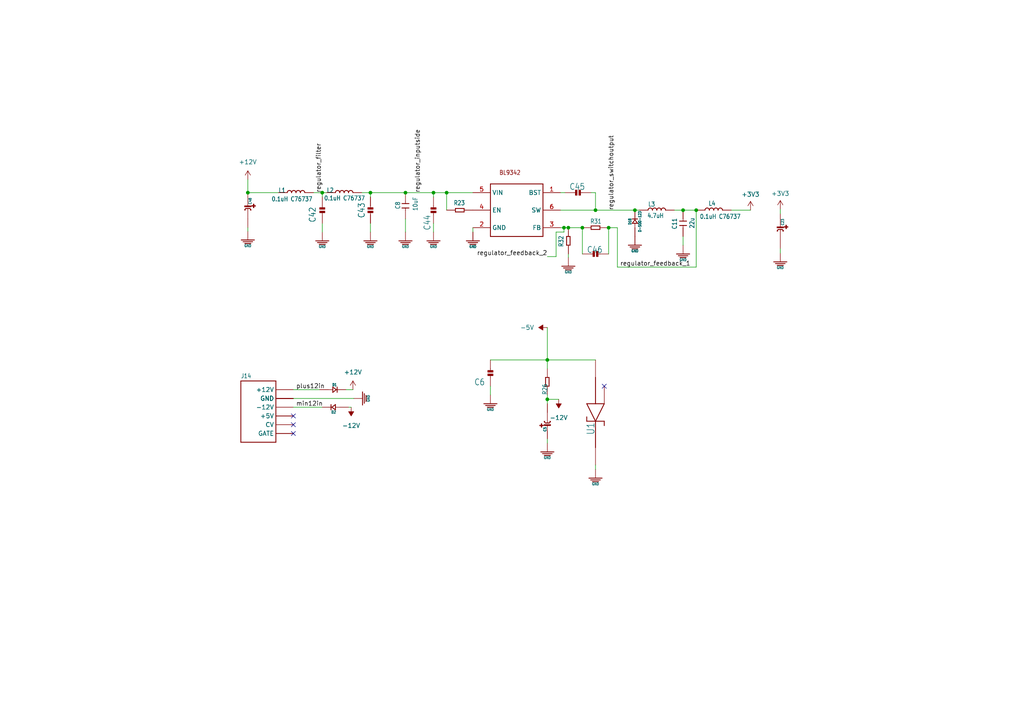
<source format=kicad_sch>
(kicad_sch (version 20211123) (generator eeschema)
  (paper "A4")
  (lib_symbols
    (symbol "TINRS - Wobbler (pico)sch-eagle-import:BL9342"
      (symbol "BL9342_1_0"
        (polyline (pts (xy -7.62 -7.62) (xy -7.62 7.62)) (stroke (width 0.254)))
        (polyline (pts (xy -7.62 7.62) (xy 7.62 7.62)) (stroke (width 0.254)))
        (polyline (pts (xy 7.62 -7.62) (xy -7.62 -7.62)) (stroke (width 0.254)))
        (polyline (pts (xy 7.62 7.62) (xy 7.62 -7.62)) (stroke (width 0.254)))
        (text "BL9342" (at -5.08 10.16 0) (effects (font (size 1.27 1.0795)) (justify left bottom)))
        (pin bidirectional line (at 12.7 5.08 180) (length 5.08) (name "BST") (number "1"))
        (pin bidirectional line (at -12.7 -5.08 0) (length 5.08) (name "GND") (number "2"))
        (pin bidirectional line (at 12.7 -5.08 180) (length 5.08) (name "FB") (number "3"))
        (pin bidirectional line (at -12.7 0 0) (length 5.08) (name "EN") (number "4"))
        (pin bidirectional line (at -12.7 5.08 0) (length 5.08) (name "VIN") (number "5"))
        (pin bidirectional line (at 12.7 0 180) (length 5.08) (name "SW") (number "6"))
      )
    )
    (symbol "TINRS - Wobbler (pico)sch-eagle-import:C-0805"
      (property "Reference" "C" (at -3.81 0 0))
      (property "Value" "C-0805" (at 0 0 0))
      (symbol "C-0805_1_0"
        (polyline (pts (xy -1.27 0) (xy -0.635 0)) (stroke (width 0.1524)))
        (polyline (pts (xy -0.635 -1.016) (xy -0.635 0)) (stroke (width 0.254)))
        (polyline (pts (xy -0.635 0) (xy -0.635 1.016)) (stroke (width 0.254)))
        (polyline (pts (xy 0.635 0) (xy 0.635 -1.016)) (stroke (width 0.254)))
        (polyline (pts (xy 0.635 0) (xy 1.27 0)) (stroke (width 0.1524)))
        (polyline (pts (xy 0.635 1.016) (xy 0.635 0)) (stroke (width 0.254)))
        (pin passive line (at -3.81 0 0) (length 2.54) (name "1") (number "1"))
        (pin passive line (at 3.81 0 180) (length 2.54) (name "2") (number "2"))
      )
    )
    (symbol "TINRS - Wobbler (pico)sch-eagle-import:C-EUC0402"
      (property "Reference" "C" (at 1.524 0.381 0))
      (property "Value" "C-EUC0402" (at 1.524 -4.699 0))
      (symbol "C-EUC0402_1_0"
        (rectangle (start -0.762 -2.032) (end 0.762 -1.524) (fill (type outline)))
        (rectangle (start -0.762 -1.016) (end 0.762 -0.508) (fill (type outline)))
        (polyline (pts (xy 0 -2.54) (xy 0 -2.032)) (stroke (width 0.1524)))
        (polyline (pts (xy 0 0) (xy 0 -0.508)) (stroke (width 0.1524)))
        (pin passive line (at 0 2.54 270) (length 2.54) (name "1") (number "1"))
        (pin passive line (at 0 -5.08 90) (length 2.54) (name "2") (number "2"))
      )
    )
    (symbol "TINRS - Wobbler (pico)sch-eagle-import:C-POLAR-A"
      (property "Reference" "C" (at -1.651 0.254 0))
      (property "Value" "C-POLAR-A" (at 0.762 0.254 0))
      (symbol "C-POLAR-A_1_0"
        (rectangle (start -1.778 1.5875) (end -0.6985 1.778) (fill (type outline)))
        (rectangle (start -1.7145 1.651) (end -0.762 1.778) (fill (type outline)))
        (rectangle (start -1.3335 1.143) (end -1.143 1.2065) (fill (type outline)))
        (rectangle (start -1.3335 1.2065) (end -1.2065 2.2225) (fill (type outline)))
        (rectangle (start -1.27 -0.9525) (end -0.9525 0.9525) (fill (type outline)))
        (rectangle (start -1.2065 1.2065) (end -1.143 2.2225) (fill (type outline)))
        (arc (start -0.508 -0.4445) (mid -0.3964 -0.7139) (end -0.127 -0.8255) (stroke (width 0.254)))
        (rectangle (start -0.127 -0.9525) (end 0 -0.6985) (fill (type outline)))
        (rectangle (start -0.127 0.6985) (end 0 0.889) (fill (type outline)))
        (arc (start -0.127 0.8255) (mid -0.3963 0.7138) (end -0.508 0.4445) (stroke (width 0.254)))
        (rectangle (start -0.127 0.889) (end 0 0.9525) (fill (type outline)))
        (polyline (pts (xy -1.27 0) (xy -2.54 0)) (stroke (width 0.1524)))
        (polyline (pts (xy -0.508 0) (xy 2.54 0)) (stroke (width 0.1524)))
        (polyline (pts (xy -0.508 0.4445) (xy -0.508 -0.4445)) (stroke (width 0.254)))
        (pin bidirectional line (at -5.08 0 0) (length 2.54) (name "1") (number "+"))
        (pin bidirectional line (at 5.08 0 180) (length 2.54) (name "2") (number "-"))
      )
    )
    (symbol "TINRS - Wobbler (pico)sch-eagle-import:D-SMA"
      (property "Reference" "D" (at 0.508 1.016 0))
      (property "Value" "D-SMA" (at 0.508 -1.016 0))
      (symbol "D-SMA_1_0"
        (polyline (pts (xy -1.27 0) (xy 0 0)) (stroke (width 0.1524)))
        (polyline (pts (xy 0 -0.762) (xy 0 0)) (stroke (width 0.254)))
        (polyline (pts (xy 0 -0.762) (xy 1.016 0)) (stroke (width 0.254)))
        (polyline (pts (xy 0 0) (xy 0 0.762)) (stroke (width 0.254)))
        (polyline (pts (xy 0 0.762) (xy 1.016 0)) (stroke (width 0.254)))
        (polyline (pts (xy 1.27 0.762) (xy 1.27 -0.762)) (stroke (width 0.254)))
        (pin passive line (at -3.81 0 0) (length 2.54) (name "+") (number "1"))
        (pin passive line (at 3.81 0 180) (length 2.54) (name "-") (number "2"))
      )
    )
    (symbol "TINRS - Wobbler (pico)sch-eagle-import:D-SOD-123"
      (property "Reference" "D" (at 0.508 1.016 0))
      (property "Value" "D-SOD-123" (at 0.508 -1.016 0))
      (symbol "D-SOD-123_1_0"
        (polyline (pts (xy -1.27 0) (xy 0 0)) (stroke (width 0.1524)))
        (polyline (pts (xy 0 -0.762) (xy 0 0)) (stroke (width 0.254)))
        (polyline (pts (xy 0 -0.762) (xy 1.016 0)) (stroke (width 0.254)))
        (polyline (pts (xy 0 0) (xy 0 0.762)) (stroke (width 0.254)))
        (polyline (pts (xy 0 0.762) (xy 1.016 0)) (stroke (width 0.254)))
        (polyline (pts (xy 1.27 0.762) (xy 1.27 -0.762)) (stroke (width 0.254)))
        (pin passive line (at -3.81 0 0) (length 2.54) (name "+") (number "+"))
        (pin passive line (at 3.81 0 180) (length 2.54) (name "-") (number "-"))
      )
    )
    (symbol "TINRS - Wobbler (pico)sch-eagle-import:GND" (power)
      (property "Value" "GND" (at 0 -1.27 0))
      (symbol "GND_1_0"
        (polyline (pts (xy -1.905 0) (xy 1.905 0)) (stroke (width 0.254)))
        (polyline (pts (xy -1.397 -0.508) (xy 1.397 -0.508)) (stroke (width 0.254)))
        (polyline (pts (xy -0.889 -1.016) (xy 0.889 -1.016)) (stroke (width 0.254)))
        (pin power_in line (at 0 2.54 270) (length 2.54) (name "GND") (number "1"))
      )
    )
    (symbol "TINRS - Wobbler (pico)sch-eagle-import:L-0805"
      (property "Reference" "L" (at -5.08 0 0))
      (property "Value" "L-0805" (at 2.54 0 0))
      (symbol "L-0805_1_0"
        (arc (start -1.27 0) (mid -1.905 0.635) (end -2.54 0) (stroke (width 0.254)))
        (arc (start 0 0) (mid -0.635 0.635) (end -1.27 0) (stroke (width 0.254)))
        (arc (start 1.27 0) (mid 0.635 0.635) (end 0 0) (stroke (width 0.254)))
        (arc (start 2.54 0) (mid 1.905 0.635) (end 1.27 0) (stroke (width 0.254)))
        (pin passive line (at -5.08 0 0) (length 2.54) (name "1") (number "1"))
        (pin passive line (at 5.08 0 180) (length 2.54) (name "2") (number "2"))
      )
    )
    (symbol "TINRS - Wobbler (pico)sch-eagle-import:L-SPD3D16-4R7M"
      (property "Reference" "L" (at -5.08 0 0))
      (property "Value" "L-SPD3D16-4R7M" (at 2.54 0 0))
      (symbol "L-SPD3D16-4R7M_1_0"
        (arc (start -1.27 0) (mid -1.905 0.635) (end -2.54 0) (stroke (width 0.254)))
        (arc (start 0 0) (mid -0.635 0.635) (end -1.27 0) (stroke (width 0.254)))
        (arc (start 1.27 0) (mid 0.635 0.635) (end 0 0) (stroke (width 0.254)))
        (arc (start 2.54 0) (mid 1.905 0.635) (end 1.27 0) (stroke (width 0.254)))
        (pin passive line (at -5.08 0 0) (length 2.54) (name "1") (number "1"))
        (pin passive line (at 5.08 0 180) (length 2.54) (name "2") (number "2"))
      )
    )
    (symbol "TINRS - Wobbler (pico)sch-eagle-import:LM4040DIM3-5.0"
      (property "Reference" "U" (at -4.826 2.7686 0))
      (property "Value" "LM4040DIM3-5.0" (at -5.5372 -8.3312 0))
      (symbol "LM4040DIM3-5.0_1_0"
        (polyline (pts (xy -2.54 -5.08) (xy -3.81 -5.08)) (stroke (width 0.254)))
        (polyline (pts (xy -2.54 -5.08) (xy -2.54 -2.54)) (stroke (width 0.254)))
        (polyline (pts (xy -2.54 -2.54) (xy -10.16 -2.54)) (stroke (width 0.254)))
        (polyline (pts (xy -2.54 -2.54) (xy -2.54 0)) (stroke (width 0.254)))
        (polyline (pts (xy -2.54 -2.54) (xy 2.54 -5.08)) (stroke (width 0.254)))
        (polyline (pts (xy -2.54 0) (xy -1.27 0)) (stroke (width 0.254)))
        (polyline (pts (xy 2.54 -5.08) (xy 2.54 -2.54)) (stroke (width 0.254)))
        (polyline (pts (xy 2.54 -2.54) (xy 2.54 0)) (stroke (width 0.254)))
        (polyline (pts (xy 2.54 0) (xy -2.54 -2.54)) (stroke (width 0.254)))
        (polyline (pts (xy 10.16 -2.54) (xy 2.54 -2.54)) (stroke (width 0.254)))
        (pin passive line (at -15.24 -2.54 0) (length 5.08) (name "CATHODE") (number "1"))
        (pin passive line (at 15.24 -2.54 180) (length 5.08) (name "ANODE") (number "2"))
        (pin passive line (at 7.62 -5.08 180) (length 5.08) (name "NC") (number "3"))
      )
    )
    (symbol "TINRS - Wobbler (pico)sch-eagle-import:POWERSHROUDED"
      (property "Reference" "J" (at -5.08 8.382 0))
      (symbol "POWERSHROUDED_1_0"
        (polyline (pts (xy -5.08 -10.16) (xy 5.08 -10.16)) (stroke (width 0.254)))
        (polyline (pts (xy -5.08 7.62) (xy -5.08 -10.16)) (stroke (width 0.254)))
        (polyline (pts (xy 5.08 -10.16) (xy 5.08 7.62)) (stroke (width 0.254)))
        (polyline (pts (xy 5.08 7.62) (xy -5.08 7.62)) (stroke (width 0.254)))
        (pin bidirectional line (at 10.16 0 180) (length 5.08) (name "-12V") (number "1"))
        (pin bidirectional line (at 10.16 5.08 180) (length 5.08) (name "+12V") (number "10"))
        (pin bidirectional line (at 10.16 -2.54 180) (length 5.08) (name "+5V") (number "11"))
        (pin bidirectional line (at 10.16 -2.54 180) (length 5.08) (name "+5V") (number "12"))
        (pin bidirectional line (at 10.16 -5.08 180) (length 5.08) (name "CV") (number "13"))
        (pin bidirectional line (at 10.16 -5.08 180) (length 5.08) (name "CV") (number "14"))
        (pin bidirectional line (at 10.16 -7.62 180) (length 5.08) (name "GATE") (number "15"))
        (pin bidirectional line (at 10.16 -7.62 180) (length 5.08) (name "GATE") (number "16"))
        (pin bidirectional line (at 10.16 0 180) (length 5.08) (name "-12V") (number "2"))
        (pin bidirectional line (at 10.16 2.54 180) (length 5.08) (name "GND") (number "3"))
        (pin bidirectional line (at 10.16 2.54 180) (length 5.08) (name "GND") (number "4"))
        (pin bidirectional line (at 10.16 2.54 180) (length 5.08) (name "GND") (number "5"))
        (pin bidirectional line (at 10.16 2.54 180) (length 5.08) (name "GND") (number "6"))
        (pin bidirectional line (at 10.16 2.54 180) (length 5.08) (name "GND") (number "7"))
        (pin bidirectional line (at 10.16 2.54 180) (length 5.08) (name "GND") (number "8"))
        (pin bidirectional line (at 10.16 5.08 180) (length 5.08) (name "+12V") (number "9"))
      )
    )
    (symbol "TINRS - Wobbler (pico)sch-eagle-import:R-0603"
      (property "Reference" "R" (at -3.81 0 0))
      (property "Value" "R-0603" (at 2.54 0 0))
      (symbol "R-0603_1_0"
        (polyline (pts (xy -1.27 -0.508) (xy -1.27 0.508)) (stroke (width 0.254)))
        (polyline (pts (xy -1.27 0.508) (xy 1.27 0.508)) (stroke (width 0.254)))
        (polyline (pts (xy 1.27 -0.508) (xy -1.27 -0.508)) (stroke (width 0.254)))
        (polyline (pts (xy 1.27 0.508) (xy 1.27 -0.508)) (stroke (width 0.254)))
        (pin passive line (at -3.81 0 0) (length 2.54) (name "1") (number "1"))
        (pin passive line (at 3.81 0 180) (length 2.54) (name "2") (number "2"))
      )
    )
    (symbol "power:+12V" (power) (pin_names (offset 0))
      (property "Value" "+12V" (at 0 3.556 0))
      (symbol "+12V_0_1"
        (polyline (pts (xy -0.762 1.27) (xy 0 2.54)))
        (polyline (pts (xy 0 0) (xy 0 2.54)))
        (polyline (pts (xy 0 2.54) (xy 0.762 1.27)))
      )
      (symbol "+12V_1_1"
        (pin power_in line (at 0 0 90) (length 0) hide (name "+12V") (number "1"))
      )
    )
    (symbol "power:+3.3V" (power) (pin_names (offset 0))
      (property "Value" "+3.3V" (at 0 3.556 0))
      (symbol "+3.3V_0_1"
        (polyline (pts (xy -0.762 1.27) (xy 0 2.54)))
        (polyline (pts (xy 0 0) (xy 0 2.54)))
        (polyline (pts (xy 0 2.54) (xy 0.762 1.27)))
      )
      (symbol "+3.3V_1_1"
        (pin power_in line (at 0 0 90) (length 0) hide (name "+3V3") (number "1"))
      )
    )
    (symbol "power:-12V" (power) (pin_names (offset 0))
      (property "Value" "-12V" (at 0 3.81 0))
      (symbol "-12V_0_0"
        (pin power_in line (at 0 0 90) (length 0) hide (name "-12V") (number "1"))
      )
      (symbol "-12V_0_1"
        (polyline (pts (xy 0 0) (xy 0 1.27) (xy 0.762 1.27) (xy 0 2.54) (xy -0.762 1.27) (xy 0 1.27)) (fill (type outline)))
      )
    )
    (symbol "power:-5V" (power) (pin_names (offset 0))
      (property "Value" "-5V" (at 0 3.81 0))
      (symbol "-5V_0_0"
        (pin power_in line (at 0 0 90) (length 0) hide (name "-5V") (number "1"))
      )
      (symbol "-5V_0_1"
        (polyline (pts (xy 0 0) (xy 0 1.27) (xy 0.762 1.27) (xy 0 2.54) (xy -0.762 1.27) (xy 0 1.27)) (fill (type outline)))
      )
    )
  )
  (junction (at 163.576 66.04))
  (junction (at 125.73 55.88))
  (junction (at 158.75 115.824))
  (junction (at 158.75 104.394))
  (junction (at 176.53 66.04))
  (junction (at 184.15 60.96))
  (junction (at 198.12 60.96))
  (junction (at 168.91 66.04))
  (junction (at 71.882 55.88))
  (junction (at 164.846 66.04))
  (junction (at 107.442 55.88))
  (junction (at 117.602 55.88))
  (junction (at 129.54 55.88))
  (junction (at 93.472 55.88))
  (junction (at 172.72 60.96))
  (junction (at 201.93 60.96))
  (no_connect (at 175.26 112.014))
  (no_connect (at 85.09 125.73))
  (no_connect (at 85.09 123.19))
  (no_connect (at 85.09 120.65))
  (wire (pts (xy 172.72 136.144) (xy 172.72 134.874)))
  (wire (pts (xy 172.72 55.88) (xy 172.72 60.96)))
  (wire (pts (xy 125.73 55.88) (xy 129.54 55.88)))
  (wire (pts (xy 158.75 106.934) (xy 158.75 104.394)))
  (wire (pts (xy 161.29 74.422) (xy 161.29 67.31)))
  (wire (pts (xy 117.602 67.31) (xy 117.602 63.5)))
  (wire (pts (xy 201.93 60.96) (xy 201.93 77.47)))
  (wire (pts (xy 104.902 55.88) (xy 107.442 55.88)))
  (wire (pts (xy 107.442 57.15) (xy 107.442 55.88)))
  (wire (pts (xy 158.75 94.996) (xy 158.75 104.394)))
  (wire (pts (xy 117.602 55.88) (xy 125.73 55.88)))
  (wire (pts (xy 226.314 73.406) (xy 226.314 72.136)))
  (wire (pts (xy 164.846 66.04) (xy 168.91 66.04)))
  (wire (pts (xy 212.09 60.96) (xy 217.678 60.96)))
  (wire (pts (xy 179.07 66.04) (xy 176.53 66.04)))
  (wire (pts (xy 179.07 77.47) (xy 179.07 66.04)))
  (wire (pts (xy 158.75 115.824) (xy 158.75 117.094)))
  (wire (pts (xy 162.56 66.04) (xy 163.576 66.04)))
  (wire (pts (xy 85.09 115.57) (xy 102.616 115.57)))
  (wire (pts (xy 162.56 60.96) (xy 172.72 60.96)))
  (wire (pts (xy 163.576 66.04) (xy 164.846 66.04)))
  (wire (pts (xy 101.092 118.11) (xy 101.854 118.11)))
  (wire (pts (xy 93.472 118.11) (xy 85.09 118.11)))
  (wire (pts (xy 71.882 52.07) (xy 71.882 55.88)))
  (wire (pts (xy 158.75 127.254) (xy 158.75 128.524)))
  (wire (pts (xy 198.12 71.12) (xy 198.12 68.58)))
  (wire (pts (xy 90.932 55.88) (xy 93.472 55.88)))
  (wire (pts (xy 158.75 115.824) (xy 158.75 114.554)))
  (wire (pts (xy 163.576 67.31) (xy 163.576 66.04)))
  (wire (pts (xy 161.29 67.31) (xy 163.576 67.31)))
  (wire (pts (xy 184.15 60.96) (xy 185.42 60.96)))
  (wire (pts (xy 125.73 57.15) (xy 125.73 55.88)))
  (wire (pts (xy 129.54 55.88) (xy 129.54 60.96)))
  (wire (pts (xy 71.882 67.056) (xy 71.882 66.04)))
  (wire (pts (xy 172.72 60.96) (xy 184.15 60.96)))
  (wire (pts (xy 158.75 74.422) (xy 161.29 74.422)))
  (wire (pts (xy 162.56 55.88) (xy 163.83 55.88)))
  (wire (pts (xy 71.882 55.88) (xy 80.772 55.88)))
  (wire (pts (xy 93.472 67.31) (xy 93.472 64.77)))
  (wire (pts (xy 93.472 57.15) (xy 93.472 55.88)))
  (wire (pts (xy 168.91 66.04) (xy 168.91 73.66)))
  (wire (pts (xy 198.12 60.96) (xy 201.93 60.96)))
  (wire (pts (xy 107.442 55.88) (xy 117.602 55.88)))
  (wire (pts (xy 158.75 104.394) (xy 172.72 104.394)))
  (wire (pts (xy 226.314 60.706) (xy 226.314 61.976)))
  (wire (pts (xy 201.93 77.47) (xy 179.07 77.47)))
  (wire (pts (xy 195.58 60.96) (xy 198.12 60.96)))
  (wire (pts (xy 158.75 115.824) (xy 162.052 115.824)))
  (wire (pts (xy 158.75 104.394) (xy 142.24 104.394)))
  (wire (pts (xy 137.16 66.04) (xy 137.16 67.31)))
  (wire (pts (xy 100.33 113.03) (xy 102.362 113.03)))
  (wire (pts (xy 164.846 74.676) (xy 164.846 73.66)))
  (wire (pts (xy 142.24 114.554) (xy 142.24 112.014)))
  (wire (pts (xy 176.53 73.66) (xy 176.53 66.04)))
  (wire (pts (xy 171.45 55.88) (xy 172.72 55.88)))
  (wire (pts (xy 125.73 67.31) (xy 125.73 64.77)))
  (wire (pts (xy 93.472 55.88) (xy 94.742 55.88)))
  (wire (pts (xy 107.442 67.31) (xy 107.442 64.77)))
  (wire (pts (xy 129.54 55.88) (xy 137.16 55.88)))
  (wire (pts (xy 85.09 113.03) (xy 92.71 113.03)))
  (label "regulator_feedback_2" (at 158.75 74.422 180))
  (label "plus12in" (at 85.852 113.03 0))
  (label "regulator_switchoutput" (at 178.308 60.96 90))
  (label "min12in" (at 85.852 118.11 0))
  (label "regulator_inputside" (at 122.174 55.88 90))
  (label "regulator_feedback_1" (at 179.832 77.47 0))
  (label "regulator_filter" (at 93.472 55.88 90))
  (symbol (lib_id "TINRS - Wobbler (pico)sch-eagle-import:GND") (at 71.882 69.596 0) (unit 1)
    (property "Reference" "#GND036" (effects hide))
    (property "Value" "GND" (at 71.882 70.866 0) (effects (font (size 0.762 0.6477)) (justify top)))
  )
  (symbol (lib_id "power:+3.3V") (at 217.678 60.96 0) (unit 1)
    (property "Reference" "#PWR0148" (effects hide))
    (property "Value" "+3.3V" (at 217.678 56.388 0))
  )
  (symbol (lib_id "TINRS - Wobbler (pico)sch-eagle-import:C-POLAR-A") (at 158.75 122.174 90) (unit 1)
    (property "Reference" "C5" (at 158.496 123.825 0) (effects (font (size 0.762 0.6477)) (justify right bottom)))
    (property "Value" "10uF" (at 158.496 121.412 0) (effects (font (size 0.762 0.6477)) (justify left bottom)))
    (property "Footprint" "CASE-A_3216" (effects hide))
    (property "Value" "197427" (effects hide))
  )
  (symbol (lib_id "TINRS - Wobbler (pico)sch-eagle-import:D-SMA") (at 97.282 118.11 180) (unit 1)
    (property "Reference" "D2" (at 96.774 119.126 0) (effects (font (size 0.762 0.6477)) (justify bottom)))
    (property "Value" "C8678" (at 96.774 117.094 0) (effects (font (size 0.762 0.6477)) (justify top)))
    (property "Footprint" "DO-214AC" (effects hide))
    (property "Value" "D-SMA" (effects hide))
  )
  (symbol (lib_id "TINRS - Wobbler (pico)sch-eagle-import:D-SOD-123") (at 184.15 64.77 90) (unit 1)
    (property "Reference" "D18" (at 183.134 64.262 0) (effects (font (size 0.762 0.6477)) (justify bottom)))
    (property "Value" "D-SOD-123" (at 185.166 64.262 0) (effects (font (size 0.762 0.6477)) (justify top)))
    (property "Footprint" "TINRS - Wobbler (pico)sch:SOD123" (effects hide))
  )
  (symbol (lib_id "TINRS - Wobbler (pico)sch-eagle-import:GND") (at 137.16 69.85 0) (unit 1)
    (property "Reference" "#GND015" (effects hide))
    (property "Value" "GND" (at 137.16 71.12 0) (effects (font (size 0.762 0.6477)) (justify top)))
  )
  (symbol (lib_id "power:+12V") (at 102.362 113.03 0) (unit 1)
    (property "Reference" "#PWR0150" (effects hide))
    (property "Value" "+12V" (at 102.362 107.95 0))
  )
  (symbol (lib_id "TINRS - Wobbler (pico)sch-eagle-import:GND") (at 226.314 75.946 0) (unit 1)
    (property "Reference" "#GND016" (effects hide))
    (property "Value" "GND" (at 226.314 77.216 0) (effects (font (size 0.762 0.6477)) (justify top)))
  )
  (symbol (lib_id "TINRS - Wobbler (pico)sch-eagle-import:GND") (at 172.72 138.684 0) (unit 1)
    (property "Reference" "#GND024" (effects hide))
    (property "Value" "GND" (at 172.72 139.954 0) (effects (font (size 0.762 0.6477)) (justify top)))
  )
  (symbol (lib_id "TINRS - Wobbler (pico)sch-eagle-import:C-POLAR-A") (at 226.314 67.056 270) (unit 1)
    (property "Reference" "C23" (at 226.568 65.405 0) (effects (font (size 0.762 0.6477)) (justify right bottom)))
    (property "Value" "10uF" (at 226.568 67.818 0) (effects (font (size 0.762 0.6477)) (justify left bottom)))
    (property "Footprint" "CASE-A_3216" (effects hide))
    (property "Value" "197427" (effects hide))
  )
  (symbol (lib_id "TINRS - Wobbler (pico)sch-eagle-import:L-0805") (at 207.01 60.96 0) (unit 1)
    (property "Reference" "L4" (at 205.486 59.69 0) (effects (font (size 1.27 1.0795)) (justify left bottom)))
    (property "Value" "0.1uH C76737 " (at 202.946 63.5 0) (effects (font (size 1.27 1.0795)) (justify left bottom)))
    (property "Footprint" "L0805" (effects hide))
  )
  (symbol (lib_id "TINRS - Wobbler (pico)sch-eagle-import:GND") (at 142.24 117.094 0) (unit 1)
    (property "Reference" "#GND025" (effects hide))
    (property "Value" "GND" (at 142.24 118.364 0) (effects (font (size 0.762 0.6477)) (justify top)))
  )
  (symbol (lib_id "power:-5V") (at 158.75 94.996 90) (unit 1)
    (property "Reference" "#PWR0147" (effects hide))
    (property "Value" "-5V" (at 154.94 94.9959 90) (effects (justify left)))
  )
  (symbol (lib_id "TINRS - Wobbler (pico)sch-eagle-import:GND") (at 105.156 115.57 90) (unit 1)
    (property "Reference" "#GND01" (effects hide))
    (property "Value" "GND" (at 106.426 115.57 0) (effects (font (size 0.762 0.6477)) (justify top)))
  )
  (symbol (lib_id "TINRS - Wobbler (pico)sch-eagle-import:BL9342") (at 149.86 60.96 0) (unit 1)
    (property "Reference" "U$5" (effects hide))
    (property "Value" "BL9342" (effects hide))
    (property "Footprint" "SOT23-6" (effects hide))
  )
  (symbol (lib_id "TINRS - Wobbler (pico)sch-eagle-import:POWERSHROUDED") (at 74.93 118.11 0) (unit 1)
    (property "Reference" "J14" (at 69.85 109.728 0) (effects (font (size 1.27 1.0795)) (justify left bottom)))
    (property "Value" "POWERSHROUDED" (effects hide))
    (property "Footprint" "POWER_16_SHROUDED" (effects hide))
    (property "Value" "unknown" (effects hide))
  )
  (symbol (lib_id "TINRS - Wobbler (pico)sch-eagle-import:L-0805") (at 85.852 55.88 0) (unit 1)
    (property "Reference" "L1" (at 80.772 55.88 0) (effects (font (size 1.27 1.0795)) (justify left bottom)))
    (property "Value" "0.1uH C76737 " (at 78.74 58.42 0) (effects (font (size 1.27 1.0795)) (justify left bottom)))
    (property "Footprint" "L0805" (effects hide))
  )
  (symbol (lib_id "TINRS - Wobbler (pico)sch-eagle-import:L-0805") (at 99.822 55.88 0) (unit 1)
    (property "Reference" "L2" (at 94.742 55.88 0) (effects (font (size 1.27 1.0795)) (justify left bottom)))
    (property "Value" "0.1uH C76737 " (at 93.98 58.166 0) (effects (font (size 1.27 1.0795)) (justify left bottom)))
    (property "Footprint" "L0805" (effects hide))
  )
  (symbol (lib_id "power:-12V") (at 162.052 115.824 180) (unit 1)
    (property "Reference" "#PWR0146" (effects hide))
    (property "Value" "-12V" (at 162.052 121.158 0))
  )
  (symbol (lib_id "TINRS - Wobbler (pico)sch-eagle-import:C-EUC0402") (at 168.91 55.88 270) (unit 1)
    (property "Reference" "C45" (at 165.1 55.118 90) (effects (font (size 1.778 1.5113)) (justify left bottom)))
    (property "Value" "100nF" (at 164.592 59.69 90) (effects (font (size 1.778 1.5113)) (justify left bottom)))
    (property "Footprint" "C0402" (effects hide))
    (property "Value" "1759017" (effects hide))
  )
  (symbol (lib_id "TINRS - Wobbler (pico)sch-eagle-import:GND") (at 184.15 71.12 0) (unit 1)
    (property "Reference" "#GND018" (effects hide))
    (property "Value" "GND" (at 184.15 72.39 0) (effects (font (size 0.762 0.6477)) (justify top)))
  )
  (symbol (lib_id "TINRS - Wobbler (pico)sch-eagle-import:D-SMA") (at 96.52 113.03 0) (unit 1)
    (property "Reference" "D1" (at 97.028 112.014 0) (effects (font (size 0.762 0.6477)) (justify bottom)))
    (property "Value" "C8678" (at 97.028 114.046 0) (effects (font (size 0.762 0.6477)) (justify top)))
    (property "Footprint" "DO-214AC" (effects hide))
    (property "Value" "D-SMA" (effects hide))
  )
  (symbol (lib_id "TINRS - Wobbler (pico)sch-eagle-import:C-EUC0402") (at 107.442 62.23 180) (unit 1)
    (property "Reference" "C43" (at 103.886 58.674 90) (effects (font (size 1.778 1.5113)) (justify left bottom)))
    (property "Value" "100nF" (at 108.458 57.912 90) (effects (font (size 1.778 1.5113)) (justify left bottom)))
    (property "Footprint" "C0402" (effects hide))
    (property "Value" "1759017" (effects hide))
  )
  (symbol (lib_id "TINRS - Wobbler (pico)sch-eagle-import:GND") (at 198.12 73.66 0) (unit 1)
    (property "Reference" "#GND053" (effects hide))
    (property "Value" "GND" (at 198.12 74.93 0) (effects (font (size 0.762 0.6477)) (justify top)))
  )
  (symbol (lib_id "TINRS - Wobbler (pico)sch-eagle-import:C-POLAR-A") (at 71.882 60.96 270) (unit 1)
    (property "Reference" "C48" (at 72.136 59.309 0) (effects (font (size 0.762 0.6477)) (justify right bottom)))
    (property "Value" "10uF" (at 72.136 61.722 0) (effects (font (size 0.762 0.6477)) (justify left bottom)))
    (property "Footprint" "CASE-A_3216" (effects hide))
    (property "Value" "197427" (effects hide))
  )
  (symbol (lib_id "power:+12V") (at 71.882 52.07 0) (unit 1)
    (property "Reference" "#PWR0151" (effects hide))
    (property "Value" "+12V" (at 71.882 46.99 0))
  )
  (symbol (lib_id "TINRS - Wobbler (pico)sch-eagle-import:GND") (at 93.472 69.85 0) (unit 1)
    (property "Reference" "#GND035" (effects hide))
    (property "Value" "GND" (at 93.472 71.12 0) (effects (font (size 0.762 0.6477)) (justify top)))
  )
  (symbol (lib_id "power:+3.3V") (at 226.314 60.706 0) (unit 1)
    (property "Reference" "#PWR0149" (effects hide))
    (property "Value" "+3.3V" (at 226.314 56.134 0))
  )
  (symbol (lib_id "TINRS - Wobbler (pico)sch-eagle-import:C-0805") (at 117.602 59.69 90) (unit 1)
    (property "Reference" "C8" (at 116.078 60.706 0) (effects (font (size 1.27 1.0795)) (justify left bottom)))
    (property "Value" "10uF" (at 121.158 61.214 0) (effects (font (size 1.27 1.0795)) (justify left bottom)))
    (property "Footprint" "C0805" (effects hide))
  )
  (symbol (lib_id "TINRS - Wobbler (pico)sch-eagle-import:R-0603") (at 172.72 66.04 180) (unit 1)
    (property "Reference" "R31" (at 174.498 63.5 0) (effects (font (size 1.27 1.0795)) (justify left bottom)))
    (property "Value" "49.9k" (at 175.006 67.056 0) (effects (font (size 1.27 1.0795)) (justify left bottom)))
    (property "Footprint" "R0603" (effects hide))
    (property "Value" "unknown" (effects hide))
  )
  (symbol (lib_id "TINRS - Wobbler (pico)sch-eagle-import:C-EUC0402") (at 142.24 109.474 180) (unit 1)
    (property "Reference" "C6" (at 140.716 109.855 0) (effects (font (size 1.778 1.5113)) (justify left bottom)))
    (property "Value" "100nF" (at 140.716 104.775 0) (effects (font (size 1.778 1.5113)) (justify left bottom)))
    (property "Footprint" "C0402" (effects hide))
    (property "Value" "1301804" (effects hide))
  )
  (symbol (lib_id "TINRS - Wobbler (pico)sch-eagle-import:GND") (at 158.75 131.064 0) (unit 1)
    (property "Reference" "#GND023" (effects hide))
    (property "Value" "GND" (at 158.75 132.334 0) (effects (font (size 0.762 0.6477)) (justify top)))
  )
  (symbol (lib_id "TINRS - Wobbler (pico)sch-eagle-import:C-0805") (at 198.12 64.77 90) (unit 1)
    (property "Reference" "C11" (at 196.342 66.548 0) (effects (font (size 1.27 1.0795)) (justify left bottom)))
    (property "Value" "22u" (at 201.422 66.294 0) (effects (font (size 1.27 1.0795)) (justify left bottom)))
    (property "Footprint" "C0805" (effects hide))
  )
  (symbol (lib_id "TINRS - Wobbler (pico)sch-eagle-import:R-0603") (at 158.75 110.744 90) (unit 1)
    (property "Reference" "R26" (at 158.75 114.554 0) (effects (font (size 1.27 1.0795)) (justify left bottom)))
    (property "Value" "10k" (at 158.75 108.204 0) (effects (font (size 1.27 1.0795)) (justify left bottom)))
    (property "Footprint" "R0603" (effects hide))
    (property "Value" "unknown" (effects hide))
  )
  (symbol (lib_id "TINRS - Wobbler (pico)sch-eagle-import:L-SPD3D16-4R7M") (at 190.5 60.96 0) (unit 1)
    (property "Reference" "L3" (at 187.96 59.944 0) (effects (font (size 1.27 1.0795)) (justify left bottom)))
    (property "Value" "4.7uH" (at 187.706 63.246 0) (effects (font (size 1.27 1.0795)) (justify left bottom)))
    (property "Footprint" "TINRS - Wobbler (pico)sch:L0420" (effects hide))
  )
  (symbol (lib_id "power:-12V") (at 101.854 118.11 180) (unit 1)
    (property "Reference" "#PWR0152" (effects hide))
    (property "Value" "-12V" (at 101.854 123.444 0))
  )
  (symbol (lib_id "TINRS - Wobbler (pico)sch-eagle-import:GND") (at 117.602 69.85 0) (unit 1)
    (property "Reference" "#GND043" (effects hide))
    (property "Value" "GND" (at 117.602 71.12 0) (effects (font (size 0.762 0.6477)) (justify top)))
  )
  (symbol (lib_id "TINRS - Wobbler (pico)sch-eagle-import:LM4040DIM3-5.0") (at 170.18 119.634 90) (unit 1)
    (property "Reference" "U1" (at 172.466 126.238 0) (effects (font (size 2.0828 1.7703)) (justify left bottom)))
    (property "Value" "LM4040DIM3-5.0" (at 180.34 128.27 0) (effects (font (size 2.0828 1.7703)) (justify left bottom)))
    (property "Footprint" "TINRS - Wobbler (pico)sch:SOT95P237X112-3N" (effects hide))
    (property "Value" "9778330" (effects hide))
  )
  (symbol (lib_id "TINRS - Wobbler (pico)sch-eagle-import:GND") (at 125.73 69.85 0) (unit 1)
    (property "Reference" "#GND017" (effects hide))
    (property "Value" "GND" (at 125.73 71.12 0) (effects (font (size 0.762 0.6477)) (justify top)))
  )
  (symbol (lib_id "TINRS - Wobbler (pico)sch-eagle-import:R-0603") (at 133.35 60.96 180) (unit 1)
    (property "Reference" "R23" (at 134.874 58.166 0) (effects (font (size 1.27 1.0795)) (justify left bottom)))
    (property "Value" "100k" (at 135.128 61.976 0) (effects (font (size 1.27 1.0795)) (justify left bottom)))
    (property "Footprint" "R0603" (effects hide))
    (property "Value" "unknown" (effects hide))
  )
  (symbol (lib_id "TINRS - Wobbler (pico)sch-eagle-import:GND") (at 164.846 77.216 0) (unit 1)
    (property "Reference" "#GND039" (effects hide))
    (property "Value" "GND" (at 164.846 78.486 0) (effects (font (size 0.762 0.6477)) (justify top)))
  )
  (symbol (lib_id "TINRS - Wobbler (pico)sch-eagle-import:GND") (at 107.442 69.85 0) (unit 1)
    (property "Reference" "#GND030" (effects hide))
    (property "Value" "GND" (at 107.442 71.12 0) (effects (font (size 0.762 0.6477)) (justify top)))
  )
  (symbol (lib_id "TINRS - Wobbler (pico)sch-eagle-import:R-0603") (at 164.846 69.85 270) (unit 1)
    (property "Reference" "R32" (at 162.052 68.326 0) (effects (font (size 1.27 1.0795)) (justify left bottom)))
    (property "Value" "16.2k" (at 165.608 67.818 0) (effects (font (size 1.27 1.0795)) (justify left bottom)))
    (property "Footprint" "R0603" (effects hide))
    (property "Value" "unknown" (effects hide))
  )
  (symbol (lib_id "TINRS - Wobbler (pico)sch-eagle-import:C-EUC0402") (at 93.472 62.23 180) (unit 1)
    (property "Reference" "C42" (at 89.662 59.944 90) (effects (font (size 1.778 1.5113)) (justify left bottom)))
    (property "Value" "10n" (at 94.488 59.436 90) (effects (font (size 1.778 1.5113)) (justify left bottom)))
    (property "Footprint" "C0402" (effects hide))
    (property "Value" "1759017" (effects hide))
  )
  (symbol (lib_id "TINRS - Wobbler (pico)sch-eagle-import:C-EUC0402") (at 125.73 62.23 180) (unit 1)
    (property "Reference" "C44" (at 122.936 62.23 90) (effects (font (size 1.778 1.5113)) (justify left bottom)))
    (property "Value" "100nF" (at 125.984 62.23 90) (effects (font (size 1.778 1.5113)) (justify left bottom)))
    (property "Footprint" "C0402" (effects hide))
    (property "Value" "1759017" (effects hide))
  )
  (symbol (lib_id "TINRS - Wobbler (pico)sch-eagle-import:C-EUC0402") (at 173.99 73.66 270) (unit 1)
    (property "Reference" "C46" (at 170.18 73.406 90) (effects (font (size 1.778 1.5113)) (justify left bottom)))
    (property "Value" "33p" (at 170.688 77.724 90) (effects (font (size 1.778 1.5113)) (justify left bottom)))
    (property "Footprint" "C0402" (effects hide))
    (property "Value" "1759017" (effects hide))
  )
)
</source>
